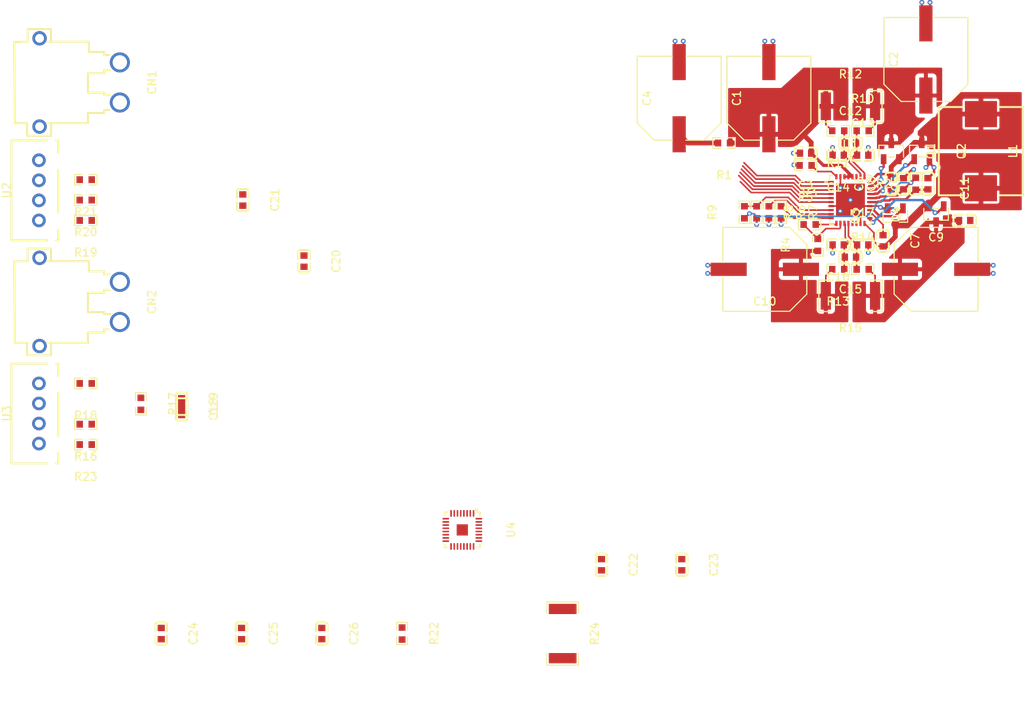
<source format=kicad_pcb>
(kicad_pcb (version 20241229) (generator "pcbnew") (generator_version "9.0")
  (layers (0 "F.Cu" signal) (2 "B.Cu" signal) (13 "F.Paste" user) (15 "B.Paste" user) (5 "F.SilkS" user "F.Silkscreen") (7 "B.SilkS" user "B.Silkscreen") (1 "F.Mask" user) (3 "B.Mask" user) (25 "Edge.Cuts" user))
  (net 0 "")
  (net 1 "FSW_SYNC")
  (net 2 "charger-pos-0")
  (net 3 "ACP")
  (net 4 "charger-G-2")
  (net 5 "ILIM_HIZ")
  (net 6 "SRP")
  (net 7 "FBG")
  (net 8 "nINT")
  (net 9 "charger.package.footprint.pins[7].net-net")
  (net 10 "charger.package.footprint.pins[24].net-net")
  (net 11 "charger-G-1")
  (net 12 "STAT2")
  (net 13 "charger-pos-1")
  (net 14 "charger-D-1")
  (net 15 "charger-SRN")
  (net 16 "charger-pos-2")
  (net 17 "charger-cathode-1")
  (net 18 "SDA")
  (net 19 "S")
  (net 20 "charger.package.footprint.pins[6].net-net")
  (net 21 "TS")
  (net 22 "charger-G-0")
  (net 23 "-gnd")
  (net 24 "charger-G-3")
  (net 25 "FB")
  (net 26 "ICHG")
  (net 27 "STAT1")
  (net 28 "ACN")
  (net 29 "charger-cathode-0")
  (net 30 "SCL")
  (net 31 "vsys")
  (net 32 "nPG")
  (net 33 "REGN")
  (net 34 "anode")
  (net 35 "charger-D-0")
  (net 36 "VCC")
  (net 37 "pack.bat1.package-_3")
  (net 38 "PBI")
  (net 39 "pgnd")
  (net 40 "VC4")
  (net 41 "pack-gnd-1")
  (net 42 "TS1")
  (net 43 "pack-_2-1")
  (net 44 "pack-_2-0")
  (net 45 "VC6")
  (net 46 "pack-_3-1")
  (net 47 "pack.mon.footprint.pins[5].net-net")
  (net 48 "pack-SRN")
  (net 49 "VC3")
  (net 50 "BAT")
  (net 51 "EP")
  (net 52 "pack.sense-gnd")
  (net 53 "pack.bat1.package-_4")
  (net 54 "nDISP_TS4_ADCIN2_GPIO")
  (net 55 "FUSE")
  (net 56 "vbat")
  (net 57 "CB7EN_PDSG_GPIO")
  (net 58 "VC5")
  (net 59 "CHG")
  (net 60 "pack.bat2.package-_4")
  (net 61 "LEDCNTLB_GPIO")
  (net 62 "pack.mon.footprint.pins[30].net-net")
  (net 63 "VC2")
  (net 64 "SMBC")
  (net 65 "LEDCNTLC_GPIO")
  (net 66 "LEDCNTLA_PDSG_GPIO")
  (net 67 "PACK")
  (net 68 "DSG")
  (net 69 "TS2")
  (net 70 "VC1")
  (net 71 "VC7SENSE_TS3_ADCIN1_GPIO")
  (net 72 "PCHG")
  (net 73 "pack-_3-0")
  (net 74 "nPRES_nSHUTDN_nDISP_PDSG_GPIO")
  (net 75 "VC7EN_nDISP_GPIO")
  (net 76 "SMBD")
  (net 77 "pack-_4")
  (net 78 "pack.mon.footprint.pins[19].net-net")
  (net 79 "vss")
  (net 80 "pack-gnd-0")
  (net 81 "pack.bat2.package-_3")
  (footprint "YAGEO_RT0603BRD07249KL:R0603" (layer "F.Cu") (at 114.808 71.628 90)
    (property "Reference" "R4")
    (property "Value" "249kΩ ±0% 100mW")
  )
  (footprint "Alpha___Omega_Semicon_AO3400A:SOT-23-3_L2.9-W1.3-P1.90-LS2.4-BR" (layer "F.Cu") (at 123.952 59.944 -90)
    (property "Reference" "Q1")
    (property "Value" "")
  )
  (footprint "XT30PW_M:CONN-TH_XT30PW-M" (layer "F.Cu") (at 22.86 78.74 -90)
    (property "Reference" "CN2")
    (property "Value" "")
  )
  (footprint "XT30PW_M:CONN-TH_XT30PW-M" (layer "F.Cu") (at 22.86 51.38 -90)
    (property "Reference" "CN1")
    (property "Value" "")
  )
  (footprint "YAGEO_CC0603KRX7R9BB104:C0603" (layer "F.Cu") (at 50.8 73.66 -90)
    (property "Reference" "C20")
    (property "Value" "100nF ±10% 50V X7R")
  )
  (footprint "TA_I_Tech_RLM25FEER005:R2512" (layer "F.Cu") (at 83.02 120.08 -90)
    (property "Reference" "R24")
    (property "Value" "5mΩ ±1% 2W")
  )
  (footprint "YAGEO_CC0603KRX7R9BB104:C0603" (layer "F.Cu") (at 122.936 71.12 -90)
    (property "Reference" "C7")
    (property "Value" "100nF ±10% 50V X7R")
  )
  (footprint "YAGEO_CC0603KRX7R9BB104:C0603" (layer "F.Cu") (at 87.86 111.5 -90)
    (property "Reference" "C22")
    (property "Value" "100nF ±10% 50V X7R")
  )
  (footprint "UNI_ROYAL_0603WAF100JT5E:R0603" (layer "F.Cu") (at 23.61 88.9 180)
    (property "Reference" "R18")
    (property "Value" "10Ω ±1% 100mW")
  )
  (footprint "UNI_ROYAL_0603WAF100JT5E:R0603" (layer "F.Cu") (at 63.02 120.08 -90)
    (property "Reference" "R22")
    (property "Value" "10Ω ±1% 100mW")
  )
  (footprint "UNI_ROYAL_0603WAF5901T5E:R0603" (layer "F.Cu") (at 110.236 67.564 -90)
    (property "Reference" "R7")
    (property "Value" "5.9kΩ ±1% 100mW")
  )
  (footprint "YAGEO_CC0603KRX7R9BB104:C0603" (layer "F.Cu") (at 97.86 111.5 -90)
    (property "Reference" "C23")
    (property "Value" "100nF ±10% 50V X7R")
  )
  (footprint "UNI_ROYAL_0603WAF100JT5E:R0603" (layer "F.Cu") (at 23.61 68.58 180)
    (property "Reference" "R19")
    (property "Value" "10Ω ±1% 100mW")
  )
  (footprint "UNI_ROYAL_0603WAF5231T5E:R0603" (layer "F.Cu") (at 105.664 67.564 90)
    (property "Reference" "R9")
    (property "Value" "5.23kΩ ±1% 100mW")
  )
  (footprint "UNI_ROYAL_0603WAF100JT5E:R0603" (layer "F.Cu") (at 23.61 66.04 180)
    (property "Reference" "R20")
    (property "Value" "10Ω ±1% 100mW")
  )
  (footprint "UNI_ROYAL_0603WAF100JT5E:R0603" (layer "F.Cu") (at 117.348 57.404 180)
    (property "Reference" "R11")
    (property "Value" "10Ω ±1% 100mW")
  )
  (footprint "YAGEO_CC0603KRX7R9BB104:C0603" (layer "F.Cu") (at 123.952 64.008 90)
    (property "Reference" "C6")
    (property "Value" "100nF ±10% 50V X7R")
  )
  (footprint "Samsung_Electro_Mechanics_CL10B474KA8NNNC:C0603" (layer "F.Cu") (at 118.872 73.152 180)
    (property "Reference" "C15")
    (property "Value" "470nF ±10% 25V X7R")
  )
  (footprint "YAGEO_CC0603KRX7R9BB104:C0603" (layer "F.Cu") (at 43.18 66.04 -90)
    (property "Reference" "C21")
    (property "Value" "100nF ±10% 50V X7R")
  )
  (footprint "UNI_ROYAL_0603WAF100JT5E:R0603" (layer "F.Cu") (at 127 64.008 90)
    (property "Reference" "R2")
    (property "Value" "10Ω ±1% 100mW")
  )
  (footprint "YAGEO_CC0603KRX7R9BB104:C0603" (layer "F.Cu") (at 117.348 71.628 180)
    (property "Reference" "C16")
    (property "Value" "100nF ±10% 50V X7R")
  )
  (footprint "Ymin_VKME2102C820MV:CAP-SMD_BD10.0-L10.3-W10.3-FD" (layer "F.Cu") (at 128.27 48.514 90)
    (property "Reference" "C2")
    (property "Value" "")
  )
  (footprint "YAGEO_CC0603KRX7R9BB104:C0603" (layer "F.Cu") (at 35.56 91.44 -90)
    (property "Reference" "C19")
    (property "Value" "100nF ±10% 50V X7R")
  )
  (footprint "RALEC_RTT032R94FTP:R0603" (layer "F.Cu") (at 103.124 58.928 180)
    (property "Reference" "R1")
    (property "Value" "2.94Ω ±1% 100mW")
  )
  (footprint "Samsung_Electro_Mechanics_CL10B474KA8NNNC:C0603" (layer "F.Cu") (at 33.02 120.08 -90)
    (property "Reference" "C24")
    (property "Value" "470nF ±10% 25V X7R")
  )
  (footprint "YAGEO_CC0603KRX7R9BB104:C0603" (layer "F.Cu") (at 43.02 120.08 -90)
    (property "Reference" "C25")
    (property "Value" "100nF ±10% 50V X7R")
  )
  (footprint "Samsung_Electro_Mechanics_CL10A475KO8NNNC:C0603" (layer "F.Cu") (at 125.476 64.008 90)
    (property "Reference" "C8")
    (property "Value" "4.7µF ±10% 16V X5R")
  )
  (footprint "Ymin_VKME2102C820MV:CAP-SMD_BD10.0-L10.3-W10.3-FD" (layer "F.Cu") (at 108.204 74.676 180)
    (property "Reference" "C10")
    (property "Value" "")
  )
  (footprint "Ymin_VKME2102C820MV:CAP-SMD_BD10.0-L10.3-W10.3-FD" (layer "F.Cu") (at 108.712 53.34 90)
    (property "Reference" "C1")
    (property "Value" "")
  )
  (footprint "UNI_ROYAL_0603WAF3002T5E:R0603" (layer "F.Cu") (at 107.188 67.564 -90)
    (property "Reference" "R8")
    (property "Value" "30kΩ ±1% 100mW")
  )
  (footprint "TA_I_Tech_RLM25FEER005:R2512" (layer "F.Cu") (at 118.872 77.978 180)
    (property "Reference" "R15")
    (property "Value" "5mΩ ±1% 2W")
  )
  (footprint "JST_Sales_America_B4B_XH_A_LF__SN:CONN-TH_B4B-XH-A-LF-SN" (layer "F.Cu") (at 17.78 64.83 90)
    (property "Reference" "U2")
    (property "Value" "")
  )
  (footprint "Samsung_Electro_Mechanics_CL10A105KB8NNNC:C0603" (layer "F.Cu") (at 113.284 60.198 180)
    (property "Reference" "C3")
    (property "Value" "1µF ±10% 50V X5R")
  )
  (footprint "Samsung_Electro_Mechanics_CL10A105KB8NNNC:C0603" (layer "F.Cu") (at 133.096 68.58)
    (property "Reference" "C11")
    (property "Value" "1µF ±10% 50V X5R")
  )
  (footprint "TECHFUSE_SL1050_100M:IND-SMD_L11.0-W10.5_SL1050-330M" (layer "F.Cu") (at 135.128 59.944 -90)
    (property "Reference" "L1")
    (property "Value" "")
  )
  (footprint "YAGEO_CC0603KRX7R9BB104:C0603" (layer "F.Cu") (at 120.396 60.452)
    (property "Reference" "C13")
    (property "Value" "100nF ±10% 50V X7R")
  )
  (footprint "UNI_ROYAL_0603WAF100JT5E:R0603" (layer "F.Cu") (at 120.396 57.404)
    (property "Reference" "R10")
    (property "Value" "10Ω ±1% 100mW")
  )
  (footprint "UNI_ROYAL_0603WAF100JT5E:R0603" (layer "F.Cu") (at 23.61 93.98 180)
    (property "Reference" "R16")
    (property "Value" "10Ω ±1% 100mW")
  )
  (footprint "Ymin_VKME2102C820MV:CAP-SMD_BD10.0-L10.3-W10.3-FD" (layer "F.Cu") (at 97.536 53.34 90)
    (property "Reference" "C4")
    (property "Value" "")
  )
  (footprint "Texas_Instruments_BQ40Z80RSMR:VQFN-32_L4.0-W4.0-P0.40-TL-EP1.4" (layer "F.Cu") (at 70.52 107.16 -90)
    (property "Reference" "U4")
    (property "Value" "")
  )
  (footprint "UNI_ROYAL_0603WAF100JT5E:R0603" (layer "F.Cu") (at 117.348 74.676 180)
    (property "Reference" "R13")
    (property "Value" "10Ω ±1% 100mW")
  )
  (footprint "Alpha___Omega_Semicon_AO3400A:SOT-23-3_L2.9-W1.3-P1.90-LS2.4-BR" (layer "F.Cu") (at 127.762 59.944 -90)
    (property "Reference" "Q2")
    (property "Value" "")
  )
  (footprint "Texas_Instruments_BQ25756ERRVR:QFN-36_L5.0-W6.0-P0.50-TL-EP" (layer "F.Cu") (at 118.872 66.04)
    (property "Reference" "U1")
    (property "Value" "")
  )
  (footprint "YAGEO_CC0603KRX7R9BB104:C0603" (layer "F.Cu") (at 35.56 92.14 -90)
    (property "Reference" "C18")
    (property "Value" "100nF ±10% 50V X7R")
  )
  (footprint "JST_Sales_America_B4B_XH_A_LF__SN:CONN-TH_B4B-XH-A-LF-SN" (layer "F.Cu") (at 17.78 92.65 90)
    (property "Reference" "U3")
    (property "Value" "")
  )
  (footprint "UNI_ROYAL_0603WAF100JT5E:R0603" (layer "F.Cu") (at 30.48 91.44 -90)
    (property "Reference" "R17")
    (property "Value" "10Ω ±1% 100mW")
  )
  (footprint "Samsung_Electro_Mechanics_CL10A475KO8NNNC:C0603" (layer "F.Cu") (at 128.524 64.008 90)
    (property "Reference" "C5")
    (property "Value" "4.7µF ±10% 16V X5R")
  )
  (footprint "UNI_ROYAL_0603WAF1002T5E:R0603" (layer "F.Cu") (at 108.712 67.564 -90)
    (property "Reference" "R6")
    (property "Value" "10kΩ ±1% 100mW")
  )
  (footprint "YAGEO_CC0603KRX7R9BB104:C0603" (layer "F.Cu") (at 117.348 60.452 180)
    (property "Reference" "C14")
    (property "Value" "100nF ±10% 50V X7R")
  )
  (footprint "YAGEO_RT0603BRD0750KL:R0603" (layer "F.Cu") (at 113.284 61.722 180)
    (property "Reference" "R5")
    (property "Value" "50kΩ ±0% 100mW")
  )
  (footprint "UNI_ROYAL_0603WAF100JT5E:R0603" (layer "F.Cu") (at 23.61 96.52 180)
    (property "Reference" "R23")
    (property "Value" "10Ω ±1% 100mW")
  )
  (footprint "Ymin_VKME2102C820MV:CAP-SMD_BD10.0-L10.3-W10.3-FD" (layer "F.Cu") (at 129.54 74.676)
    (property "Reference" "C9")
    (property "Value" "")
  )
  (footprint "Alpha___Omega_Semicon_AO3400A:SOT-23-3_L2.9-W1.3-P1.90-LS2.4-BR" (layer "F.Cu") (at 124.46 68.072 90)
    (property "Reference" "Q3")
    (property "Value" "")
  )
  (footprint "UNI_ROYAL_0603WAF100JT5E:R0603" (layer "F.Cu") (at 120.396 74.676)
    (property "Reference" "R14")
    (property "Value" "10Ω ±1% 100mW")
  )
  (footprint "YAGEO_CC0603KRX7R9BB104:C0603" (layer "F.Cu") (at 120.396 71.628)
    (property "Reference" "C17")
    (property "Value" "100nF ±10% 50V X7R")
  )
  (footprint "YAGEO_RT0603BRD0716K5L:R0603" (layer "F.Cu") (at 113.792 69.088)
    (property "Reference" "R3")
    (property "Value" "16.5kΩ ±0% 100mW")
  )
  (footprint "UNI_ROYAL_0603WAF100JT5E:R0603" (layer "F.Cu") (at 23.61 63.5 180)
    (property "Reference" "R21")
    (property "Value" "10Ω ±1% 100mW")
  )
  (footprint "Alpha___Omega_Semicon_AO3400A:SOT-23-3_L2.9-W1.3-P1.90-LS2.4-BR" (layer "F.Cu") (at 129.54 67.818 90)
    (property "Reference" "Q4")
    (property "Value" "")
  )
  (footprint "Samsung_Electro_Mechanics_CL10B474KA8NNNC:C0603" (layer "F.Cu") (at 118.872 58.928)
    (property "Reference" "C12")
    (property "Value" "470nF ±10% 25V X7R")
  )
  (footprint "TA_I_Tech_RLM25FEER005:R2512" (layer "F.Cu") (at 118.872 54.356)
    (property "Reference" "R12")
    (property "Value" "5mΩ ±1% 2W")
  )
  (footprint "YAGEO_CC0603KRX7R9BB104:C0603" (layer "F.Cu") (at 53.02 120.08 -90)
    (property "Reference" "C26")
    (property "Value" "100nF ±10% 50V X7R")
  )
  (segment (start 116.476 62.484) (end 117.122 63.13) (width 0.2) (layer "F.Cu") (net 1))
  (segment (start 114.034 61.722) (end 114.796 62.484) (width 0.2) (layer "F.Cu") (net 1))
  (segment (start 114.796 62.484) (end 116.476 62.484) (width 0.2) (layer "F.Cu") (net 1))
  (segment (start 115.802 54.356) (end 115.802 56.608) (width 0.2) (layer "F.Cu") (net 2))
  (segment (start 118.872 62.88) (end 117.714 61.722) (width 0.4) (layer "F.Cu") (net 2))
  (segment (start 113.984 60.198) (end 113.984 58.866) (width 0.6) (layer "F.Cu") (net 2))
  (segment (start 117.714 61.722) (end 115.508 61.722) (width 0.4) (layer "F.Cu") (net 2))
  (segment (start 112.958 57.84) (end 108.712 57.84) (width 0.6) (layer "F.Cu") (net 2))
  (segment (start 113.984 58.866) (end 112.958 57.84) (width 0.6) (layer "F.Cu") (net 2))
  (segment (start 119.122 63.13) (end 118.122 63.13) (width 0.3) (layer "F.Cu") (net 2))
  (segment (start 115.802 56.608) (end 116.598 57.404) (width 0.2) (layer "F.Cu") (net 2))
  (segment (start 115.508 61.722) (end 113.984 60.198) (width 0.4) (layer "F.Cu") (net 2))
  (segment (start 120.122 63.13) (end 120.122 62.749) (width 0.2) (layer "F.Cu") (net 3))
  (segment (start 118.725 61.352) (end 118.725 61.129) (width 0.2) (layer "F.Cu") (net 3))
  (segment (start 118.098 60.402) (end 118.048 60.452) (width 0.2) (layer "F.Cu") (net 3))
  (segment (start 118.725 61.129) (end 118.048 60.452) (width 0.2) (layer "F.Cu") (net 3))
  (segment (start 118.098 57.404) (end 118.098 60.402) (width 0.2) (layer "F.Cu") (net 3))
  (segment (start 120.122 62.749) (end 118.725 61.352) (width 0.2) (layer "F.Cu") (net 3))
  (segment (start 121.909113 65.242832) (end 122.247952 65.242835) (width 0.3) (layer "F.Cu") (net 4))
  (segment (start 125.73 61.722) (end 126.034 61.722) (width 0.3) (layer "F.Cu") (net 4))
  (segment (start 121.855945 65.296) (end 121.909113 65.242832) (width 0.3) (layer "F.Cu") (net 4))
  (segment (start 122.599159 64.891628) (end 122.911133 64.891628) (width 0.3) (layer "F.Cu") (net 4))
  (segment (start 121.282 65.296) (end 121.855945 65.296) (width 0.3) (layer "F.Cu") (net 4))
  (segment (start 126.034 61.722) (end 126.812 60.944) (width 0.3) (layer "F.Cu") (net 4))
  (segment (start 122.247952 65.242835) (end 122.599159 64.891628) (width 0.3) (layer "F.Cu") (net 4))
  (via (at 125.73 61.722) (size 0.6) (drill 0.3) (layers "F.Cu" "B.Cu") (net 4))
  (via (at 122.911133 64.891628) (size 0.6) (drill 0.3) (layers "F.Cu" "B.Cu") (net 4))
  (segment (start 125.73 61.722) (end 122.911133 64.540867) (width 0.3) (layer "B.Cu") (net 4))
  (segment (start 122.911133 64.540867) (end 122.911133 64.891628) (width 0.3) (layer "B.Cu") (net 4))
  (segment (start 111.712 68.29) (end 110.236 66.814) (width 0.2) (layer "F.Cu") (net 5))
  (segment (start 116.462 68.29) (end 111.712 68.29) (width 0.2) (layer "F.Cu") (net 5))
  (segment (start 119.646 74.676) (end 119.646 71.678) (width 0.2) (layer "F.Cu") (net 6))
  (segment (start 118.622 70.554) (end 118.622 68.95) (width 0.2) (layer "F.Cu") (net 6))
  (segment (start 119.646 71.678) (end 119.696 71.628) (width 0.2) (layer "F.Cu") (net 6))
  (segment (start 119.696 71.628) (end 118.622 70.554) (width 0.2) (layer "F.Cu") (net 6))
  (segment (start 114.542 69.088) (end 116.984 69.088) (width 0.2) (layer "F.Cu") (net 7))
  (segment (start 116.984 69.088) (end 117.122 68.95) (width 0.2) (layer "F.Cu") (net 7))
  (segment (start 116.462 64.79) (end 112.680628 64.79) (width 0.2) (layer "F.Cu") (net 8))
  (segment (start 112.680628 64.79) (end 111.790628 63.9) (width 0.2) (layer "F.Cu") (net 8))
  (segment (start 106.999058 63.9) (end 105.287058 62.188) (width 0.2) (layer "F.Cu") (net 8))
  (segment (start 111.790628 63.9) (end 106.999058 63.9) (width 0.2) (layer "F.Cu") (net 8))
  (segment (start 129.411973 67.608054) (end 129.699946 67.608054) (width 0.3) (layer "F.Cu") (net 11))
  (segment (start 121.282 68.45) (end 121.666 68.834) (width 0.3) (layer "F.Cu") (net 11))
  (segment (start 129.699946 67.608054) (end 130.49 66.818) (width 0.3) (layer "F.Cu") (net 11))
  (segment (start 121.282 68.29) (end 121.282 68.45) (width 0.3) (layer "F.Cu") (net 11))
  (via (at 129.411973 67.608054) (size 0.6) (drill 0.3) (layers "F.Cu" "B.Cu") (net 11))
  (via (at 121.666 68.834) (size 0.6) (drill 0.3) (layers "F.Cu" "B.Cu") (net 11))
  (segment (start 124.46 66.04) (end 127.843919 66.04) (width 0.3) (layer "B.Cu") (net 11))
  (segment (start 127.843919 66.04) (end 129.411973 67.608054) (width 0.3) (layer "B.Cu") (net 11))
  (segment (start 121.666 68.834) (end 124.46 66.04) (width 0.3) (layer "B.Cu") (net 11))
  (segment (start 111.458842 64.701) (end 106.668686 64.701) (width 0.2) (layer "F.Cu") (net 12))
  (segment (start 112.547842 65.79) (end 111.458842 64.701) (width 0.2) (layer "F.Cu") (net 12))
  (segment (start 106.668686 64.701) (end 104.959686 62.992) (width 0.2) (layer "F.Cu") (net 12))
  (segment (start 116.462 65.79) (end 112.547842 65.79) (width 0.2) (layer "F.Cu") (net 12))
  (segment (start 102.374 58.928) (end 98.624 58.928) (width 0.6) (layer "F.Cu") (net 13))
  (segment (start 98.624 58.928) (end 97.536 57.84) (width 0.6) (layer "F.Cu") (net 13))
  (segment (start 128.59 66.818) (end 128.59 66.736) (width 0.8) (layer "F.Cu") (net 14))
  (segment (start 123.252 71.82) (end 124.46 70.612) (width 0.6) (layer "F.Cu") (net 14))
  (segment (start 122.936 71.82) (end 123.252 71.82) (width 0.6) (layer "F.Cu") (net 14))
  (segment (start 124.46 70.612) (end 124.46 69.072) (width 0.6) (layer "F.Cu") (net 14))
  (segment (start 122.936 71.82) (end 122.428 71.82) (width 0.2) (layer "F.Cu") (net 14))
  (segment (start 128.148 66.818) (end 128.59 66.818) (width 1) (layer "F.Cu") (net 14))
  (segment (start 128.59 66.736) (end 130.762 64.564) (width 0.8) (layer "F.Cu") (net 14))
  (segment (start 128.59 66.376) (end 128.59 66.818) (width 0.8) (layer "F.Cu") (net 14))
  (segment (start 124.46 69.072) (end 125.894 69.072) (width 1) (layer "F.Cu") (net 14))
  (segment (start 121.797 71.189) (end 121.797 70.125) (width 0.2) (layer "F.Cu") (net 14))
  (segment (start 121.797 70.125) (end 120.622 68.95) (width 0.2) (layer "F.Cu") (net 14))
  (segment (start 125.894 69.072) (end 128.148 66.818) (width 1) (layer "F.Cu") (net 14))
  (segment (start 130.762 64.564) (end 135.128 64.564) (width 0.8) (layer "F.Cu") (net 14))
  (segment (start 122.428 71.82) (end 121.797 71.189) (width 0.2) (layer "F.Cu") (net 14))
  (segment (start 118.221 70.7201) (end 118.221 69.049) (width 0.2) (layer "F.Cu") (net 15))
  (segment (start 118.364 71.628) (end 118.618 71.374) (width 0.2) (layer "F.Cu") (net 15))
  (segment (start 118.098 71.678) (end 118.048 71.628) (width 0.2) (layer "F.Cu") (net 15))
  (segment (start 118.618 71.1171) (end 118.221 70.7201) (width 0.2) (layer "F.Cu") (net 15))
  (segment (start 118.221 69.049) (end 118.122 68.95) (width 0.2) (layer "F.Cu") (net 15))
  (segment (start 118.618 71.374) (end 118.618 71.1171) (width 0.2) (layer "F.Cu") (net 15))
  (segment (start 118.098 74.676) (end 118.098 71.678) (width 0.2) (layer "F.Cu") (net 15))
  (segment (start 118.048 71.628) (end 118.364 71.628) (width 0.2) (layer "F.Cu") (net 15))
  (segment (start 121.942 75.472) (end 121.942 77.978) (width 0.2) (layer "F.Cu") (net 16))
  (segment (start 121.146 74.676) (end 121.942 75.472) (width 0.2) (layer "F.Cu") (net 16))
  (segment (start 122.936 69.121154) (end 121.604846 67.79) (width 0.2) (layer "F.Cu") (net 17))
  (segment (start 122.936 70.42) (end 122.936 69.121154) (width 0.2) (layer "F.Cu") (net 17))
  (segment (start 121.604846 67.79) (end 121.282 67.79) (width 0.2) (layer "F.Cu") (net 17))
  (segment (start 112.746314 64.29) (end 111.880317 63.424003) (width 0.2) (layer "F.Cu") (net 18))
  (segment (start 107.088745 63.424003) (end 105.450742 61.786) (width 0.2) (layer "F.Cu") (net 18))
  (segment (start 116.462 64.29) (end 112.746314 64.29) (width 0.2) (layer "F.Cu") (net 18))
  (segment (start 111.880317 63.424003) (end 107.088745 63.424003) (width 0.2) (layer "F.Cu") (net 18))
  (segment (start 127.762 58.944) (end 126.902 58.944) (width 0.8) (layer "F.Cu") (net 19))
  (segment (start 126.902 58.944) (end 124.902 60.944) (width 0.8) (layer "F.Cu") (net 19))
  (segment (start 123.952 63.308) (end 123.952 61.894) (width 0.6) (layer "F.Cu") (net 19))
  (segment (start 123.952 61.894) (end 124.902 60.944) (width 0.6) (layer "F.Cu") (net 19))
  (segment (start 121.282 63.79) (end 122.276 62.796) (width 0.3) (layer "F.Cu") (net 19))
  (segment (start 122.276 62.796) (end 123.44 62.796) (width 0.3) (layer "F.Cu") (net 19))
  (segment (start 123.44 62.796) (end 123.952 63.308) (width 0.3) (layer "F.Cu") (net 19))
  (segment (start 116.462 67.29) (end 112.698314 67.29) (width 0.2) (layer "F.Cu") (net 21))
  (segment (start 111.116313 65.708) (end 108.319 65.708) (width 0.2) (layer "F.Cu") (net 21))
  (segment (start 107.188 66.814) (end 105.664 66.814) (width 0.2) (layer "F.Cu") (net 21))
  (segment (start 107.213 66.814) (end 107.188 66.814) (width 0.2) (layer "F.Cu") (net 21))
  (segment (start 112.698314 67.29) (end 111.116313 65.708) (width 0.2) (layer "F.Cu") (net 21))
  (segment (start 108.319 65.708) (end 107.213 66.814) (width 0.2) (layer "F.Cu") (net 21))
  (segment (start 122.816 62.096) (end 122.684007 62.096) (width 0.3) (layer "F.Cu") (net 22))
  (segment (start 121.44573 64.292) (end 121.494901 64.242829) (width 0.3) (layer "F.Cu") (net 22))
  (segment (start 122.482894 63.5) (end 122.682 63.5) (width 0.3) (layer "F.Cu") (net 22))
  (segment (start 121.494901 64.242829) (end 121.740065 64.242829) (width 0.3) (layer "F.Cu") (net 22))
  (segment (start 123.002 60.944) (end 123.002 61.91) (width 0.3) (layer "F.Cu") (net 22))
  (segment (start 123.002 61.91) (end 122.816 62.096) (width 0.3) (layer "F.Cu") (net 22))
  (segment (start 121.740065 64.242829) (end 122.482894 63.5) (width 0.3) (layer "F.Cu") (net 22))
  (segment (start 121.282 64.292) (end 121.44573 64.292) (width 0.3) (layer "F.Cu") (net 22))
  (via (at 122.682 63.5) (size 0.6) (drill 0.3) (layers "F.Cu" "B.Cu") (net 22))
  (via (at 122.684007 62.096) (size 0.6) (drill 0.3) (layers "F.Cu" "B.Cu") (net 22))
  (segment (start 122.682 62.098007) (end 122.684007 62.096) (width 0.3) (layer "B.Cu") (net 22))
  (segment (start 122.682 63.5) (end 122.682 62.098007) (width 0.3) (layer "B.Cu") (net 22))
  (segment (start 109.22 48.332) (end 109.22 46.228) (width 0.2) (layer "F.Cu") (net 23))
  (segment (start 121.282 66.79) (end 122.460437 66.79) (width 0.2) (layer "F.Cu") (net 23))
  (segment (start 123.51 67.072) (end 122.742437 67.072) (width 0.3) (layer "F.Cu") (net 23))
  (segment (start 103.704 74.676) (end 103.196 75.184) (width 0.2) (layer "F.Cu") (net 23))
  (segment (start 128.712 60.944) (end 128.712 61.534) (width 0.3) (layer "F.Cu") (net 23))
  (segment (start 128.574 63.308) (end 129.286 62.596) (width 0.3) (layer "F.Cu") (net 23))
  (segment (start 121.282 66.79) (end 119.622 66.79) (width 0.2) (layer "F.Cu") (net 23))
  (segment (start 126.554 62.23) (end 125.476 63.308) (width 0.3) (layer "F.Cu") (net 23))
  (segment (start 128.778 43.506) (end 128.778 41.402) (width 0.2) (layer "F.Cu") (net 23))
  (segment (start 122.742437 67.072) (end 122.613271 66.942834) (width 0.3) (layer "F.Cu") (net 23))
  (segment (start 116.648 72.644) (end 116.648 71.628) (width 0.2) (layer "F.Cu") (net 23))
  (segment (start 128.712 61.402) (end 129.286 61.976) (width 0.3) (layer "F.Cu") (net 23))
  (segment (start 112.584 60.198) (end 111.76 60.198) (width 0.2) (layer "F.Cu") (net 23))
  (segment (start 134.04 74.676) (end 134.548 74.168) (width 0.2) (layer "F.Cu") (net 23))
  (segment (start 134.548 75.184) (end 136.652 75.184) (width 0.2) (layer "F.Cu") (net 23))
  (segment (start 98.044 48.332) (end 98.044 46.228) (width 0.2) (layer "F.Cu") (net 23))
  (segment (start 116.648 59.498) (end 116.648 60.452) (width 0.2) (layer "F.Cu") (net 23))
  (segment (start 128.27 44.014) (end 128.778 43.506) (width 0.2) (layer "F.Cu") (net 23))
  (segment (start 117.622 64.516) (end 117.622 64.79) (width 0.2) (layer "F.Cu") (net 23))
  (segment (start 108.204 48.332) (end 108.204 46.228) (width 0.2) (layer "F.Cu") (net 23))
  (segment (start 128.712 61.402) (end 128.778 61.468) (width 0.3) (layer "F.Cu") (net 23))
  (segment (start 108.712 48.84) (end 108.204 48.332) (width 0.2) (layer "F.Cu") (net 23))
  (segment (start 107.188 68.314) (end 107.188 69.088) (width 0.2) (layer "F.Cu") (net 23))
  (segment (start 134.548 74.168) (end 136.652 74.168) (width 0.2) (layer "F.Cu") (net 23))
  (segment (start 108.712 68.314) (end 108.712 69.088) (width 0.2) (layer "F.Cu") (net 23))
  (segment (start 122.460437 66.79) (end 122.613271 66.942834) (width 0.2) (layer "F.Cu") (net 23))
  (segment (start 134.04 74.676) (end 134.548 75.184) (width 0.2) (layer "F.Cu") (net 23))
  (segment (start 120.122 67.29) (end 120.122 67.422) (width 0.2) (layer "F.Cu") (net 23))
  (segment (start 103.704 74.676) (end 103.196 74.168) (width 0.2) (layer "F.Cu") (net 23))
  (segment (start 126.746 62.23) (end 126.554 62.23) (width 0.3) (layer "F.Cu") (net 23))
  (segment (start 103.196 75.184) (end 101.092 75.184) (width 0.2) (layer "F.Cu") (net 23))
  (segment (start 97.536 48.84) (end 97.028 48.332) (width 0.2) (layer "F.Cu") (net 23))
  (segment (start 117.622 63.13) (end 117.622 64.516) (width 0.2) (layer "F.Cu") (net 23))
  (segment (start 128.712 61.534) (end 128.27 61.976) (width 0.3) (layer "F.Cu") (net 23))
  (segment (start 128.712 60.944) (end 128.712 61.402) (width 0.3) (layer "F.Cu") (net 23))
  (segment (start 120.122 67.422) (end 120.122 68.95) (width 0.2) (layer "F.Cu") (net 23))
  (segment (start 118.122 66.79) (end 118.872 66.04) (width 0.2) (layer "F.Cu") (net 23))
  (segment (start 108.712 48.84) (end 109.22 48.332) (width 0.2) (layer "F.Cu") (net 23))
  (segment (start 123.51 67.072) (end 124.19 67.072) (width 0.3) (layer "F.Cu") (net 23))
  (segment (start 103.196 74.168) (end 101.092 74.168) (width 0.2) (layer "F.Cu") (net 23))
  (segment (start 121.096 72.582) (end 121.096 71.628) (width 0.2) (layer "F.Cu") (net 23))
  (segment (start 97.028 48.332) (end 97.028 46.228) (width 0.2) (layer "F.Cu") (net 23))
  (segment (start 128.524 63.308) (end 128.574 63.308) (width 0.3) (layer "F.Cu") (net 23))
  (segment (start 124.206 67.088) (end 124.206 67.28395) (width 0.3) (layer "F.Cu") (net 23))
  (segment (start 110.236 68.314) (end 110.236 69.088) (width 0.2) (layer "F.Cu") (net 23))
  (segment (start 116.462 66.79) (end 118.122 66.79) (width 0.2) (layer "F.Cu") (net 23))
  (segment (start 127.762 43.506) (end 127.762 41.402) (width 0.2) (layer "F.Cu") (net 23))
  (segment (start 111.893982 61.722) (end 111.826991 61.655009) (width 0.2) (layer "F.Cu") (net 23))
  (segment (start 129.286 62.596) (end 129.286 61.976) (width 0.3) (layer "F.Cu") (net 23))
  (segment (start 112.534 61.722) (end 111.893982 61.722) (width 0.2) (layer "F.Cu") (net 23))
  (segment (start 117.622 64.79) (end 118.872 66.04) (width 0.2) (layer "F.Cu") (net 23))
  (segment (start 97.536 48.84) (end 98.044 48.332) (width 0.2) (layer "F.Cu") (net 23))
  (segment (start 124.19 67.072) (end 124.206 67.088) (width 0.3) (layer "F.Cu") (net 23))
  (segment (start 119.622 66.79) (end 118.872 66.04) (width 0.2) (layer "F.Cu") (net 23))
  (segment (start 128.27 44.014) (end 127.762 43.506) (width 0.2) (layer "F.Cu") (net 23))
  (segment (start 121.096 59.498) (end 121.096 60.452) (width 0.2) (layer "F.Cu") (net 23))
  (segment (start 118.872 66.04) (end 120.122 67.29) (width 0.2) (layer "F.Cu") (net 23))
  (via (at 101.092 75.184) (size 0.6) (drill 0.3) (layers "F.Cu" "B.Cu") (net 23))
  (via (at 116.648 59.498) (size 0.6) (drill 0.3) (layers "F.Cu" "B.Cu") (net 23))
  (via (at 101.092 74.168) (size 0.6) (drill 0.3) (layers "F.Cu" "B.Cu") (net 23))
  (via (at 121.096 59.498) (size 0.6) (drill 0.3) (layers "F.Cu" "B.Cu") (net 23))
  (via (at 98.044 46.228) (size 0.6) (drill 0.3) (layers "F.Cu" "B.Cu") (net 23))
  (via (at 108.712 69.088) (size 0.6) (drill 0.3) (layers "F.Cu" "B.Cu") (net 23))
  (via (at 124.206 67.28395) (size 0.6) (drill 0.3) (layers "F.Cu" "B.Cu") (net 23))
  (via (at 117.622 64.516) (size 0.6) (drill 0.3) (layers "F.Cu" "B.Cu") (net 23))
  (via (at 117.602 67.422) (size 0.6) (drill 0.3) (layers "F.Cu" "B.Cu") (net 23))
  (via (at 136.652 74.168) (size 0.6) (drill 0.3) (layers "F.Cu" "B.Cu") (net 23))
  (via (at 126.746 62.23) (size 0.6) (drill 0.3) (layers "F.Cu" "B.Cu") (net 23))
  (via (at 121.096 72.582) (size 0.6) (drill 0.3) (layers "F.Cu" "B.Cu") (net 23))
  (via (at 128.27 61.976) (size 0.6) (drill 0.3) (layers "F.Cu" "B.Cu") (net 23))
  (via (at 127.762 41.402) (size 0.6) (drill 0.3) (layers "F.Cu" "B.Cu") (net 23))
  (via (at 116.648 72.644) (size 0.6) (drill 0.3) (layers "F.Cu" "B.Cu") (net 23))
  (via (at 120.122 67.422) (size 0.6) (drill 0.3) (layers "F.Cu" "B.Cu") (net 23))
  (via (at 120.055605 64.611186) (size 0.6) (drill 0.3) (layers "F.Cu" "B.Cu") (net 23))
  (via (at 111.826991 61.655009) (size 0.6) (drill 0.3) (layers "F.Cu" "B.Cu") (net 23))
  (via (at 136.652 75.184) (size 0.6) (drill 0.3) (layers "F.Cu" "B.Cu") (net 23))
  (via (at 97.028 46.228) (size 0.6) (drill 0.3) (layers "F.Cu" "B.Cu") (net 23))
  (via (at 109.22 46.228) (size 0.6) (drill 0.3) (layers "F.Cu" "B.Cu") (net 23))
  (via (at 107.188 69.088) (size 0.6) (drill 0.3) (layers "F.Cu" "B.Cu") (net 23))
  (via (at 118.872 66.04) (size 0.6) (drill 0.3) (layers "F.Cu" "B.Cu") (net 23))
  (via (at 111.76 60.198) (size 0.6) (drill 0.3) (layers "F.Cu" "B.Cu") (net 23))
  (via (at 110.236 69.088) (size 0.6) (drill 0.3) (layers "F.Cu" "B.Cu") (net 23))
  (via (at 122.613271 66.942834) (size 0.6) (drill 0.3) (layers "F.Cu" "B.Cu") (net 23))
  (via (at 108.204 46.228) (size 0.6) (drill 0.3) (layers "F.Cu" "B.Cu") (net 23))
  (via (at 128.778 41.402) (size 0.6) (drill 0.3) (layers "F.Cu" "B.Cu") (net 23))
  (via (at 129.286 61.976) (size 0.6) (drill 0.3) (layers "F.Cu" "B.Cu") (net 23))
  (segment (start 124.434 68.048) (end 125.41 67.072) (width 0.3) (layer "F.Cu") (net 24))
  (segment (start 121.760027 67.29) (end 122.518027 68.048) (width 0.3) (layer "F.Cu") (net 24))
  (segment (start 121.282 67.29) (end 121.760027 67.29) (width 0.3) (layer "F.Cu") (net 24))
  (segment (start 122.518027 68.048) (end 124.434 68.048) (width 0.3) (layer "F.Cu") (net 24))
  (segment (start 114.808 70.612) (end 115.824 69.596) (width 0.2) (layer "F.Cu") (net 25))
  (segment (start 117.622 69.48) (end 117.622 68.95) (width 0.2) (layer "F.Cu") (net 25))
  (segment (start 114.808 70.878) (end 114.808 70.612) (width 0.2) (layer "F.Cu") (net 25))
  (segment (start 117.506 69.596) (end 117.622 69.48) (width 0.2) (layer "F.Cu") (net 25))
  (segment (start 115.824 69.596) (end 117.506 69.596) (width 0.2) (layer "F.Cu") (net 25))
  (segment (start 113.042 69.112) (end 114.808 70.878) (width 0.2) (layer "F.Cu") (net 25))
  (segment (start 113.042 69.088) (end 113.042 69.112) (width 0.2) (layer "F.Cu") (net 25))
  (segment (start 116.462 67.79) (end 112.632628 67.79) (width 0.2) (layer "F.Cu") (net 26))
  (segment (start 109.443001 66.107999) (end 108.737 66.814) (width 0.2) (layer "F.Cu") (net 26))
  (segment (start 110.950628 66.108) (end 109.443001 66.107999) (width 0.2) (layer "F.Cu") (net 26))
  (segment (start 112.632628 67.79) (end 110.950628 66.108) (width 0.2) (layer "F.Cu") (net 26))
  (segment (start 108.737 66.814) (end 108.712 66.814) (width 0.2) (layer "F.Cu") (net 26))
  (segment (start 116.462 65.29) (end 112.613528 65.29) (width 0.2) (layer "F.Cu") (net 27))
  (segment (start 112.613528 65.29) (end 111.624527 64.301) (width 0.2) (layer "F.Cu") (net 27))
  (segment (start 106.834372 64.301) (end 105.123372 62.59) (width 0.2) (layer "F.Cu") (net 27))
  (segment (start 111.624527 64.301) (end 106.834372 64.301) (width 0.2) (layer "F.Cu") (net 27))
  (segment (start 120.622 62.6819) (end 120.622 63.13) (width 0.2) (layer "F.Cu") (net 28))
  (segment (start 119.646 57.404) (end 119.646 60.402) (width 0.2) (layer "F.Cu") (net 28))
  (segment (start 119.696 60.452) (end 119.38 60.452) (width 0.2) (layer "F.Cu") (net 28))
  (segment (start 119.126 61.1859) (end 120.622 62.6819) (width 0.2) (layer "F.Cu") (net 28))
  (segment (start 119.126 60.706) (end 119.126 61.1859) (width 0.2) (layer "F.Cu") (net 28))
  (segment (start 119.38 60.452) (end 119.126 60.706) (width 0.2) (layer "F.Cu") (net 28))
  (segment (start 122.589223 64.191628) (end 123.435628 64.191628) (width 0.3) (layer "F.Cu") (net 29))
  (segment (start 122.038022 64.742829) (end 122.589223 64.191628) (width 0.3) (layer "F.Cu") (net 29))
  (segment (start 121.702007 64.742829) (end 122.038022 64.742829) (width 0.3) (layer "F.Cu") (net 29))
  (segment (start 121.650836 64.794) (end 121.702007 64.742829) (width 0.3) (layer "F.Cu") (net 29))
  (segment (start 123.435628 64.191628) (end 123.952 64.708) (width 0.3) (layer "F.Cu") (net 29))
  (segment (start 121.282 64.794) (end 121.650836 64.794) (width 0.3) (layer "F.Cu") (net 29))
  (segment (start 107.222427 62.992) (end 105.614427 61.384) (width 0.2) (layer "F.Cu") (net 30))
  (segment (start 116.462 63.79) (end 112.812 63.79) (width 0.2) (layer "F.Cu") (net 30))
  (segment (start 112.812 63.79) (end 112.014 62.992) (width 0.2) (layer "F.Cu") (net 30))
  (segment (start 112.014 62.992) (end 107.222427 62.992) (width 0.2) (layer "F.Cu") (net 30))
  (segment (start 115.802 75.472) (end 116.598 74.676) (width 0.2) (layer "F.Cu") (net 31))
  (segment (start 115.802 77.978) (end 115.802 75.472) (width 0.2) (layer "F.Cu") (net 31))
  (segment (start 106.504 65.102) (end 105.156 63.754) (width 0.2) (layer "F.Cu") (net 32))
  (segment (start 112.482156 66.29) (end 111.294156 65.102) (width 0.2) (layer "F.Cu") (net 32))
  (segment (start 111.294156 65.102) (end 106.504 65.102) (width 0.2) (layer "F.Cu") (net 32))
  (segment (start 116.462 66.29) (end 112.482156 66.29) (width 0.2) (layer "F.Cu") (net 32))
  (segment (start 122.061048 65.798) (end 122.116215 65.742834) (width 0.3) (layer "F.Cu") (net 33))
  (segment (start 123.268943 65.596) (end 123.405943 65.459) (width 0.3) (layer "F.Cu") (net 33))
  (segment (start 122.603309 65.596) (end 123.268943 65.596) (width 0.3) (layer "F.Cu") (net 33))
  (segment (start 106.23881 67.733672) (end 106.287946 67.733672) (width 0.2) (layer "F.Cu") (net 33))
  (segment (start 123.405943 65.459) (end 124.725 65.459) (width 0.3) (layer "F.Cu") (net 33))
  (segment (start 105.664 68.308482) (end 106.23881 67.733672) (width 0.2) (layer "F.Cu") (net 33))
  (segment (start 121.282 65.798) (end 122.061048 65.798) (width 0.3) (layer "F.Cu") (net 33))
  (segment (start 122.456474 65.742834) (end 122.603309 65.596) (width 0.3) (layer "F.Cu") (net 33))
  (segment (start 124.725 65.459) (end 125.476 64.708) (width 0.3) (layer "F.Cu") (net 33))
  (segment (start 125.55 64.708) (end 127 63.258) (width 0.3) (layer "F.Cu") (net 33))
  (segment (start 122.116215 65.742834) (end 122.456474 65.742834) (width 0.3) (layer "F.Cu") (net 33))
  (segment (start 125.476 64.708) (end 125.55 64.708) (width 0.3) (layer "F.Cu") (net 33))
  (segment (start 105.664 68.314) (end 105.664 68.308482) (width 0.2) (layer "F.Cu") (net 33))
  (via (at 126.398219 63.872351) (size 0.6) (drill 0.3) (layers "F.Cu" "B.Cu") (net 33))
  (via (at 106.287946 67.733672) (size 0.6) (drill 0.3) (layers "F.Cu" "B.Cu") (net 33))
  (segment (start 120.904 68.072) (end 107.188 68.072) (width 0.2) (layer "B.Cu") (net 33))
  (segment (start 121.963271 66.673595) (end 121.963271 67.012729) (width 0.2) (layer "B.Cu") (net 33))
  (segment (start 106.849672 67.733672) (end 106.287946 67.733672) (width 0.2) (layer "B.Cu") (net 33))
  (segment (start 107.188 68.072) (end 106.849672 67.733672) (width 0.2) (layer "B.Cu") (net 33))
  (segment (start 122.683166 66.292834) (end 122.344032 66.292834) (width 0.2) (layer "B.Cu") (net 33))
  (segment (start 121.963271 67.012729) (end 120.904 68.072) (width 0.2) (layer "B.Cu") (net 33))
  (segment (start 122.344032 66.292834) (end 121.963271 66.673595) (width 0.2) (layer "B.Cu") (net 33))
  (segment (start 125.103649 63.872351) (end 122.683166 66.292834) (width 0.2) (layer "B.Cu") (net 33))
  (segment (start 126.398219 63.872351) (end 125.103649 63.872351) (width 0.2) (layer "B.Cu") (net 33))
  (segment (start 128.474 64.758) (end 128.524 64.708) (width 0.3) (layer "F.Cu") (net 34))
  (segment (start 123.86705 65.959) (end 125.774 65.959) (width 0.3) (layer "F.Cu") (net 34))
  (segment (start 122.663581 66.242834) (end 122.810415 66.096) (width 0.3) (layer "F.Cu") (net 34))
  (segment (start 122.323321 66.242834) (end 122.663581 66.242834) (width 0.3) (layer "F.Cu") (net 34))
  (segment (start 125.774 65.959) (end 126.975 64.758) (width 0.3) (layer "F.Cu") (net 34))
  (segment (start 123.73005 66.096) (end 123.86705 65.959) (width 0.3) (layer "F.Cu") (net 34))
  (segment (start 122.266155 66.3) (end 122.323321 66.242834) (width 0.3) (layer "F.Cu") (net 34))
  (segment (start 122.810415 66.096) (end 123.73005 66.096) (width 0.3) (layer "F.Cu") (net 34))
  (segment (start 121.282 66.3) (end 122.266155 66.3) (width 0.3) (layer "F.Cu") (net 34))
  (segment (start 126.975 64.758) (end 127 64.758) (width 0.3) (layer "F.Cu") (net 34))
  (segment (start 127 64.758) (end 128.474 64.758) (width 0.3) (layer "F.Cu") (net 34))
  (segment (start 121.942 56.608) (end 121.146 57.404) (width 0.2) (layer "F.Cu") (net 35))
  (segment (start 121.942 54.356) (end 121.942 56.608) (width 0.2) (layer "F.Cu") (net 35))
  (zone (net 14) (net_name "charger-D-1") (layer "F.Cu") (priority 4) (connect_pads (clearance 0.5)) (min_thickness 0.25) (fill yes (thermal_gap 0.3) (thermal_bridge_width 0.6))
    (polygon (pts (xy 129.54 60.198) (xy 140.208 60.198) (xy 140.208 67.31) (xy 129.54 67.31)))
  )
  (zone (net 16) (net_name "charger-pos-2") (layer "F.Cu") (connect_pads (clearance 0.5)) (min_thickness 0.25) (fill yes (thermal_gap 0.5) (thermal_bridge_width 0.5))
    (polygon (pts (xy 119.126 81.28) (xy 123.19 81.28) (xy 133.096 71.374) (xy 133.096 67.818) (xy 129.032 67.818) (xy 122.174 74.676) (xy 122.174 76.2) (xy 119.126 76.2)))
  )
  (zone (net 31) (net_name "vsys") (layer "F.Cu") (priority 1) (connect_pads (clearance 0.5)) (min_thickness 0.25) (fill yes (thermal_gap 0.5) (thermal_bridge_width 0.5))
    (polygon (pts (xy 115.57 76.2) (xy 118.618 76.2) (xy 118.618 81.28) (xy 108.966 81.28) (xy 108.966 72.136) (xy 115.57 72.136)))
  )
  (zone (net 19) (net_name "S") (layer "F.Cu") (priority 3) (connect_pads (clearance 0.5)) (min_thickness 0.25) (fill yes (thermal_gap 0.3) (thermal_bridge_width 0.6))
    (polygon (pts (xy 127.254 57.441354) (xy 132.588 52.578) (xy 140.208 52.578) (xy 140.208 59.69) (xy 127.254 59.69)))
  )
  (zone (net 2) (net_name "charger-pos-0") (layer "F.Cu") (priority 5) (connect_pads (clearance 0.5)) (min_thickness 0.25) (fill yes (thermal_gap 0.3) (thermal_bridge_width 0.6))
    (polygon (pts (xy 118.618 49.53) (xy 118.618 56.134) (xy 115.316 56.134) (xy 112.014 59.436) (xy 103.632 59.436) (xy 103.632 52.07) (xy 110.236 52.07) (xy 113.03 49.53)))
  )
  (zone (net 35) (net_name "charger-D-0") (layer "F.Cu") (priority 2) (connect_pads (clearance 0.5)) (min_thickness 0.25) (fill yes (thermal_gap 0.5) (thermal_bridge_width 0.5))
    (polygon (pts (xy 119.126 49.53) (xy 119.126 56.134) (xy 122.174 56.134) (xy 122.174 59.69) (xy 124.500104 59.69) (xy 130.302 54.178199) (xy 130.302 49.53)))
  )
)
</source>
